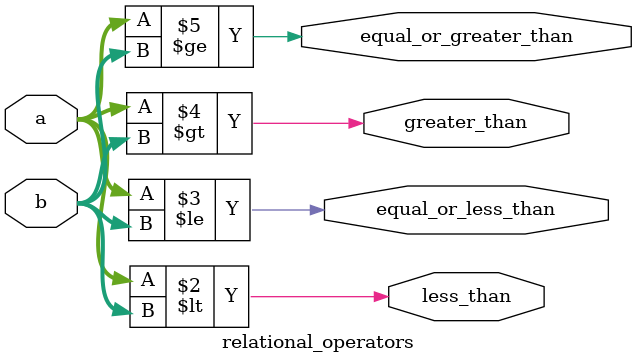
<source format=sv>
module relational_operators (
    input logic [2:0] a, b,
    output logic less_than, equal_or_less_than, greater_than, equal_or_greater_than
);
    
    always_comb begin
        // Less Than
        less_than = a < b;
        // Equal OR Less Than
        equal_or_less_than = a <= b;
        // Greater Than
        greater_than = a > b;
        // Equal OR Greater Than
        equal_or_greater_than = a >= b;
    end

endmodule
</source>
